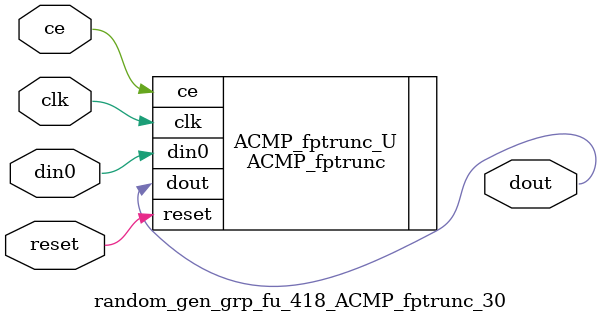
<source format=v>

`timescale 1 ns / 1 ps
module random_gen_grp_fu_418_ACMP_fptrunc_30(
    clk,
    reset,
    ce,
    din0,
    dout);

parameter ID = 32'd1;
parameter NUM_STAGE = 32'd1;
parameter din0_WIDTH = 32'd1;
parameter dout_WIDTH = 32'd1;
input clk;
input reset;
input ce;
input[din0_WIDTH - 1:0] din0;
output[dout_WIDTH - 1:0] dout;



ACMP_fptrunc #(
.ID( ID ),
.NUM_STAGE( 2 ),
.din0_WIDTH( din0_WIDTH ),
.dout_WIDTH( dout_WIDTH ))
ACMP_fptrunc_U(
    .clk( clk ),
    .reset( reset ),
    .ce( ce ),
    .din0( din0 ),
    .dout( dout ));

endmodule

</source>
